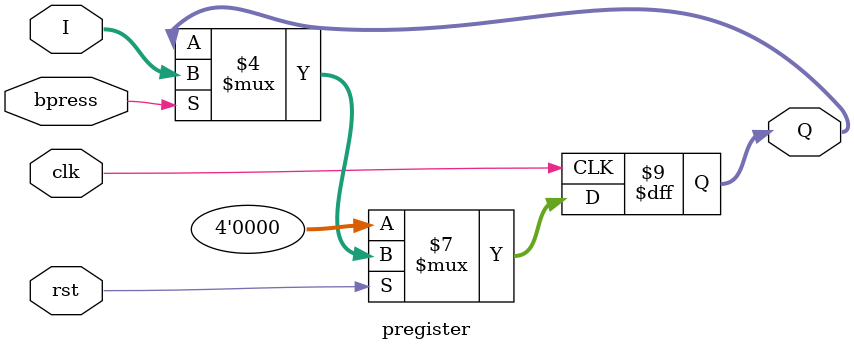
<source format=v>
module pregister(I, clk, rst, bpress, Q);
  input [3:0]I;
  input clk, rst, bpress;
  output [3:0]Q;
  reg [3:0]Q;
  always @(posedge clk)
    begin
      if(rst==0)
        begin
          Q<=4'b0000;
        end
      else
        begin
          if(bpress==1)
            begin
              Q<=I;
            end
        end
    end
endmodule      
</source>
